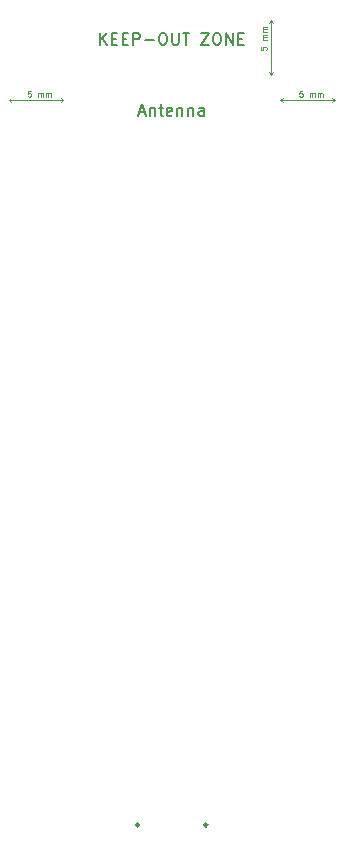
<source format=gbr>
%TF.GenerationSoftware,KiCad,Pcbnew,(6.0.5)*%
%TF.CreationDate,2022-05-19T20:55:00+02:00*%
%TF.ProjectId,hardware-remote-v2,68617264-7761-4726-952d-72656d6f7465,rev?*%
%TF.SameCoordinates,Original*%
%TF.FileFunction,Other,Comment*%
%FSLAX46Y46*%
G04 Gerber Fmt 4.6, Leading zero omitted, Abs format (unit mm)*
G04 Created by KiCad (PCBNEW (6.0.5)) date 2022-05-19 20:55:00*
%MOMM*%
%LPD*%
G01*
G04 APERTURE LIST*
%ADD10C,0.100000*%
%ADD11C,0.150000*%
%ADD12C,0.250000*%
G04 APERTURE END LIST*
D10*
%TO.C,U1*%
X-11938095Y37762809D02*
X-12176190Y37762809D01*
X-12200000Y37524714D01*
X-12176190Y37548523D01*
X-12128571Y37572333D01*
X-12009523Y37572333D01*
X-11961904Y37548523D01*
X-11938095Y37524714D01*
X-11914285Y37477095D01*
X-11914285Y37358047D01*
X-11938095Y37310428D01*
X-11961904Y37286619D01*
X-12009523Y37262809D01*
X-12128571Y37262809D01*
X-12176190Y37286619D01*
X-12200000Y37310428D01*
X-11319047Y37262809D02*
X-11319047Y37596142D01*
X-11319047Y37548523D02*
X-11295238Y37572333D01*
X-11247619Y37596142D01*
X-11176190Y37596142D01*
X-11128571Y37572333D01*
X-11104761Y37524714D01*
X-11104761Y37262809D01*
X-11104761Y37524714D02*
X-11080952Y37572333D01*
X-11033333Y37596142D01*
X-10961904Y37596142D01*
X-10914285Y37572333D01*
X-10890476Y37524714D01*
X-10890476Y37262809D01*
X-10652380Y37262809D02*
X-10652380Y37596142D01*
X-10652380Y37548523D02*
X-10628571Y37572333D01*
X-10580952Y37596142D01*
X-10509523Y37596142D01*
X-10461904Y37572333D01*
X-10438095Y37524714D01*
X-10438095Y37262809D01*
X-10438095Y37524714D02*
X-10414285Y37572333D01*
X-10366666Y37596142D01*
X-10295238Y37596142D01*
X-10247619Y37572333D01*
X-10223809Y37524714D01*
X-10223809Y37262809D01*
D11*
X-2761904Y35947333D02*
X-2285714Y35947333D01*
X-2857142Y35661619D02*
X-2523809Y36661619D01*
X-2190476Y35661619D01*
X-1857142Y36328285D02*
X-1857142Y35661619D01*
X-1857142Y36233047D02*
X-1809523Y36280666D01*
X-1714285Y36328285D01*
X-1571428Y36328285D01*
X-1476190Y36280666D01*
X-1428571Y36185428D01*
X-1428571Y35661619D01*
X-1095238Y36328285D02*
X-714285Y36328285D01*
X-952380Y36661619D02*
X-952380Y35804476D01*
X-904761Y35709238D01*
X-809523Y35661619D01*
X-714285Y35661619D01*
X0Y35709238D02*
X-95238Y35661619D01*
X-285714Y35661619D01*
X-380952Y35709238D01*
X-428571Y35804476D01*
X-428571Y36185428D01*
X-380952Y36280666D01*
X-285714Y36328285D01*
X-95238Y36328285D01*
X0Y36280666D01*
X47619Y36185428D01*
X47619Y36090190D01*
X-428571Y35994952D01*
X476190Y36328285D02*
X476190Y35661619D01*
X476190Y36233047D02*
X523809Y36280666D01*
X619047Y36328285D01*
X761904Y36328285D01*
X857142Y36280666D01*
X904761Y36185428D01*
X904761Y35661619D01*
X1380952Y36328285D02*
X1380952Y35661619D01*
X1380952Y36233047D02*
X1428571Y36280666D01*
X1523809Y36328285D01*
X1666666Y36328285D01*
X1761904Y36280666D01*
X1809523Y36185428D01*
X1809523Y35661619D01*
X2714285Y35661619D02*
X2714285Y36185428D01*
X2666666Y36280666D01*
X2571428Y36328285D01*
X2380952Y36328285D01*
X2285714Y36280666D01*
X2714285Y35709238D02*
X2619047Y35661619D01*
X2380952Y35661619D01*
X2285714Y35709238D01*
X2238095Y35804476D01*
X2238095Y35899714D01*
X2285714Y35994952D01*
X2380952Y36042571D01*
X2619047Y36042571D01*
X2714285Y36090190D01*
X-6071428Y41661619D02*
X-6071428Y42661619D01*
X-5500000Y41661619D02*
X-5928571Y42233047D01*
X-5500000Y42661619D02*
X-6071428Y42090190D01*
X-5071428Y42185428D02*
X-4738095Y42185428D01*
X-4595238Y41661619D02*
X-5071428Y41661619D01*
X-5071428Y42661619D01*
X-4595238Y42661619D01*
X-4166666Y42185428D02*
X-3833333Y42185428D01*
X-3690476Y41661619D02*
X-4166666Y41661619D01*
X-4166666Y42661619D01*
X-3690476Y42661619D01*
X-3261904Y41661619D02*
X-3261904Y42661619D01*
X-2880952Y42661619D01*
X-2785714Y42614000D01*
X-2738095Y42566380D01*
X-2690476Y42471142D01*
X-2690476Y42328285D01*
X-2738095Y42233047D01*
X-2785714Y42185428D01*
X-2880952Y42137809D01*
X-3261904Y42137809D01*
X-2261904Y42042571D02*
X-1500000Y42042571D01*
X-833333Y42661619D02*
X-642857Y42661619D01*
X-547619Y42614000D01*
X-452380Y42518761D01*
X-404761Y42328285D01*
X-404761Y41994952D01*
X-452380Y41804476D01*
X-547619Y41709238D01*
X-642857Y41661619D01*
X-833333Y41661619D01*
X-928571Y41709238D01*
X-1023809Y41804476D01*
X-1071428Y41994952D01*
X-1071428Y42328285D01*
X-1023809Y42518761D01*
X-928571Y42614000D01*
X-833333Y42661619D01*
X23809Y42661619D02*
X23809Y41852095D01*
X71428Y41756857D01*
X119047Y41709238D01*
X214285Y41661619D01*
X404761Y41661619D01*
X499999Y41709238D01*
X547619Y41756857D01*
X595238Y41852095D01*
X595238Y42661619D01*
X928571Y42661619D02*
X1499999Y42661619D01*
X1214285Y41661619D02*
X1214285Y42661619D01*
X2500000Y42661619D02*
X3166666Y42661619D01*
X2500000Y41661619D01*
X3166666Y41661619D01*
X3738095Y42661619D02*
X3928571Y42661619D01*
X4023809Y42614000D01*
X4119047Y42518761D01*
X4166666Y42328285D01*
X4166666Y41994952D01*
X4119047Y41804476D01*
X4023809Y41709238D01*
X3928571Y41661619D01*
X3738095Y41661619D01*
X3642857Y41709238D01*
X3547619Y41804476D01*
X3499999Y41994952D01*
X3499999Y42328285D01*
X3547619Y42518761D01*
X3642857Y42614000D01*
X3738095Y42661619D01*
X4595238Y41661619D02*
X4595238Y42661619D01*
X5166666Y41661619D01*
X5166666Y42661619D01*
X5642857Y42185428D02*
X5976190Y42185428D01*
X6119047Y41661619D02*
X5642857Y41661619D01*
X5642857Y42661619D01*
X6119047Y42661619D01*
D10*
X7526190Y41450904D02*
X7526190Y41212809D01*
X7764285Y41189000D01*
X7740476Y41212809D01*
X7716666Y41260428D01*
X7716666Y41379476D01*
X7740476Y41427095D01*
X7764285Y41450904D01*
X7811904Y41474714D01*
X7930952Y41474714D01*
X7978571Y41450904D01*
X8002380Y41427095D01*
X8026190Y41379476D01*
X8026190Y41260428D01*
X8002380Y41212809D01*
X7978571Y41189000D01*
X8026190Y42069952D02*
X7692857Y42069952D01*
X7740476Y42069952D02*
X7716666Y42093761D01*
X7692857Y42141380D01*
X7692857Y42212809D01*
X7716666Y42260428D01*
X7764285Y42284238D01*
X8026190Y42284238D01*
X7764285Y42284238D02*
X7716666Y42308047D01*
X7692857Y42355666D01*
X7692857Y42427095D01*
X7716666Y42474714D01*
X7764285Y42498523D01*
X8026190Y42498523D01*
X8026190Y42736619D02*
X7692857Y42736619D01*
X7740476Y42736619D02*
X7716666Y42760428D01*
X7692857Y42808047D01*
X7692857Y42879476D01*
X7716666Y42927095D01*
X7764285Y42950904D01*
X8026190Y42950904D01*
X7764285Y42950904D02*
X7716666Y42974714D01*
X7692857Y43022333D01*
X7692857Y43093761D01*
X7716666Y43141380D01*
X7764285Y43165190D01*
X8026190Y43165190D01*
X11061904Y37762809D02*
X10823809Y37762809D01*
X10800000Y37524714D01*
X10823809Y37548523D01*
X10871428Y37572333D01*
X10990476Y37572333D01*
X11038095Y37548523D01*
X11061904Y37524714D01*
X11085714Y37477095D01*
X11085714Y37358047D01*
X11061904Y37310428D01*
X11038095Y37286619D01*
X10990476Y37262809D01*
X10871428Y37262809D01*
X10823809Y37286619D01*
X10800000Y37310428D01*
X11680952Y37262809D02*
X11680952Y37596142D01*
X11680952Y37548523D02*
X11704761Y37572333D01*
X11752380Y37596142D01*
X11823809Y37596142D01*
X11871428Y37572333D01*
X11895238Y37524714D01*
X11895238Y37262809D01*
X11895238Y37524714D02*
X11919047Y37572333D01*
X11966666Y37596142D01*
X12038095Y37596142D01*
X12085714Y37572333D01*
X12109523Y37524714D01*
X12109523Y37262809D01*
X12347619Y37262809D02*
X12347619Y37596142D01*
X12347619Y37548523D02*
X12371428Y37572333D01*
X12419047Y37596142D01*
X12490476Y37596142D01*
X12538095Y37572333D01*
X12561904Y37524714D01*
X12561904Y37262809D01*
X12561904Y37524714D02*
X12585714Y37572333D01*
X12633333Y37596142D01*
X12704761Y37596142D01*
X12752380Y37572333D01*
X12776190Y37524714D01*
X12776190Y37262809D01*
D12*
%TO.C,USB1*%
X3010000Y-24395000D02*
G75*
G03*
X3010000Y-24395000I-120000J0D01*
G01*
X-2770000Y-24395000D02*
G75*
G03*
X-2770000Y-24395000I-120000J0D01*
G01*
D10*
%TO.C,U1*%
X8400000Y39114000D02*
X8200000Y39314000D01*
X8400000Y39114000D02*
X8400000Y43714000D01*
X-9200000Y36989000D02*
X-9400000Y36789000D01*
X-9200000Y36989000D02*
X-9400000Y37189000D01*
X9200000Y36989000D02*
X13800000Y36989000D01*
X-13800000Y36989000D02*
X-9200000Y36989000D01*
X-13800000Y36989000D02*
X-13600000Y36789000D01*
X8400000Y39114000D02*
X8600000Y39314000D01*
X8400000Y43714000D02*
X8200000Y43514000D01*
X-13800000Y36989000D02*
X-13600000Y37189000D01*
X13800000Y36989000D02*
X13600000Y36789000D01*
X13800000Y36989000D02*
X13600000Y37189000D01*
X9200000Y36989000D02*
X9400000Y36789000D01*
X9200000Y36989000D02*
X9400000Y37189000D01*
X8400000Y43714000D02*
X8600000Y43514000D01*
%TD*%
M02*

</source>
